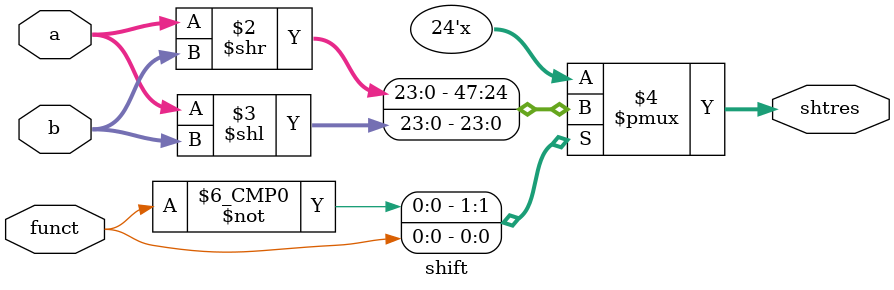
<source format=v>
`timescale 1ns / 1ps
module shift(input[23:0]a,input [4:0]b, input funct, output reg[23:0]shtres);
always@(*)
begin
case(funct)
2'b0:shtres=a>>b;
2'b1:shtres=a<<b;
endcase
end
endmodule

</source>
